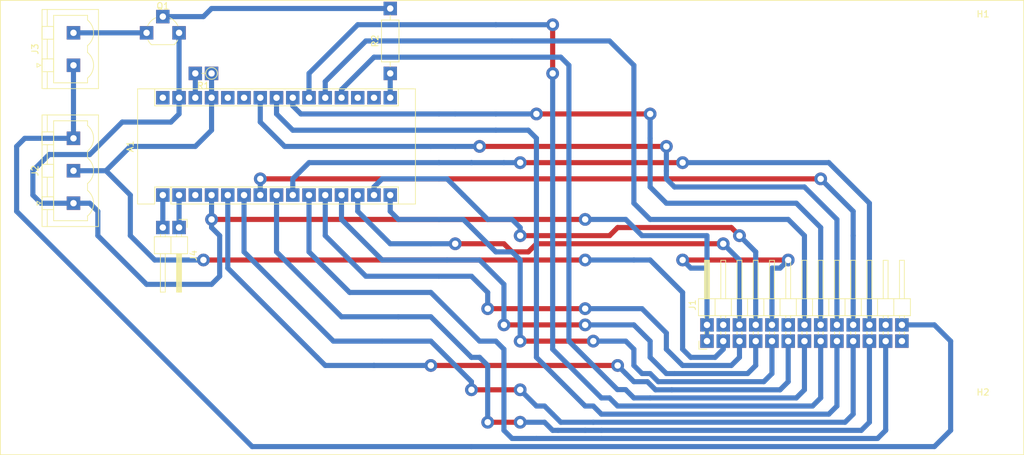
<source format=kicad_pcb>
(kicad_pcb (version 20240108) (generator "pcbnew") (generator_version "8.0")
  (layers (0 "F.Cu" signal) (31 "B.Cu" signal) (34 "B.Paste" user) (35 "F.Paste" user) (36 "B.SilkS" user "B.Silkscreen") (37 "F.SilkS" user "F.Silkscreen") (38 "B.Mask" user) (39 "F.Mask" user) (44 "Edge.Cuts" user))
  (net 0 "")
  (net 1 "Net-(A1-Pad30)")
  (net 2 "Net-(A1-Pad28)")
  (net 3 "Net-(A1-Pad26)")
  (net 4 "Net-(A1-Pad25)")
  (net 5 "Net-(A1-Pad3)")
  (net 6 "Net-(A1-Pad18)")
  (net 7 "/RX")
  (net 8 "Net-(A1-Pad17)")
  (net 9 "/TX")
  (net 10 "Net-(J1-Pad25)")
  (net 11 "Net-(J1-Pad24)")
  (net 12 "Net-(J1-Pad12)")
  (net 13 "Net-(J1-Pad4)")
  (net 14 "+24V")
  (net 15 "GND")
  (net 16 "Net-(J3-Pad2)")
  (net 17 "LED")
  (net 18 "ZB2")
  (net 19 "ZB1")
  (net 20 "ZA3")
  (net 21 "ZA2")
  (net 22 "+5V")
  (net 23 "ZA1")
  (net 24 "MODUL5")
  (net 25 "MODUL4")
  (net 26 "NOPX")
  (net 27 "MODUL3")
  (net 28 "SPB2")
  (net 29 "MODUL2")
  (net 30 "SPB1")
  (net 31 "MODUL1")
  (net 32 "SPA3")
  (net 33 "SET")
  (net 34 "SPA2")
  (net 35 "SPA1")
  (net 36 "Net-(Q1-Pad2)")
  (footprint "MountingHole:MountingHole_3.2mm_M3" (layer "F.Cu") (at 163.81 16.51)
    (property "Reference" "H1" (at 0 -4.2 0) (layer "F.SilkS"))
    (property "Value" "MountingHole")
    (pad "" np_thru_hole circle (at 0 0) (size 3.2 3.2) (drill 3.2) (layers "*.Cu" "*.Mask"))
  )
  (footprint "MountingHole:MountingHole_3mm" (layer "F.Cu") (at 163.81 75.51)
    (property "Reference" "H2" (at 0 -4 0) (layer "F.SilkS"))
    (property "Value" "MountingHole")
    (pad "" np_thru_hole circle (at 0 0) (size 3 3) (drill 3) (layers "*.Cu" "*.Mask"))
  )
  (footprint "Module:Arduino_Nano" (layer "F.Cu") (at 35.56 40.64 90)
    (property "Reference" "A1" (at 7.62 -5.08 90) (layer "F.SilkS"))
    (property "Value" "Arduino_Nano_v3.x")
    (pad "1" thru_hole rect (at 0 0 90) (size 2.1 2.1) (drill 1) (layers "*.Cu" "*.Mask") (net 9 "/TX"))
    (pad "2" thru_hole rect (at 0 2.54 90) (size 2.1 2.1) (drill 1) (layers "*.Cu" "*.Mask") (net 7 "/RX"))
    (pad "3" thru_hole rect (at 0 5.08 90) (size 2.1 2.1) (drill 1) (layers "*.Cu" "*.Mask") (net 5 "Net-(A1-Pad3)"))
    (pad "4" thru_hole rect (at 0 7.62 90) (size 2.1 2.1) (drill 1) (layers "*.Cu" "*.Mask") (net 15 "GND"))
    (pad "5" thru_hole rect (at 0 10.16 90) (size 2.1 2.1) (drill 1) (layers "*.Cu" "*.Mask") (net 33 "SET"))
    (pad "6" thru_hole rect (at 0 12.7 90) (size 2.1 2.1) (drill 1) (layers "*.Cu" "*.Mask") (net 31 "MODUL1"))
    (pad "7" thru_hole rect (at 0 15.24 90) (size 2.1 2.1) (drill 1) (layers "*.Cu" "*.Mask") (net 29 "MODUL2"))
    (pad "8" thru_hole rect (at 0 17.78 90) (size 2.1 2.1) (drill 1) (layers "*.Cu" "*.Mask") (net 27 "MODUL3"))
    (pad "9" thru_hole rect (at 0 20.32 90) (size 2.1 2.1) (drill 1) (layers "*.Cu" "*.Mask") (net 25 "MODUL4"))
    (pad "10" thru_hole rect (at 0 22.86 90) (size 2.1 2.1) (drill 1) (layers "*.Cu" "*.Mask") (net 24 "MODUL5"))
    (pad "11" thru_hole rect (at 0 25.4 90) (size 2.1 2.1) (drill 1) (layers "*.Cu" "*.Mask") (net 23 "ZA1"))
    (pad "12" thru_hole rect (at 0 27.94 90) (size 2.1 2.1) (drill 1) (layers "*.Cu" "*.Mask") (net 21 "ZA2"))
    (pad "13" thru_hole rect (at 0 30.48 90) (size 2.1 2.1) (drill 1) (layers "*.Cu" "*.Mask") (net 20 "ZA3"))
    (pad "14" thru_hole rect (at 0 33.02 90) (size 2.1 2.1) (drill 1) (layers "*.Cu" "*.Mask") (net 19 "ZB1"))
    (pad "15" thru_hole rect (at 0 35.56 90) (size 2.1 2.1) (drill 1) (layers "*.Cu" "*.Mask") (net 18 "ZB2"))
    (pad "16" thru_hole rect (at 15.24 35.56 90) (size 2.1 2.1) (drill 1) (layers "*.Cu" "*.Mask") (net 17 "LED"))
    (pad "17" thru_hole rect (at 15.24 33.02 90) (size 2.1 2.1) (drill 1) (layers "*.Cu" "*.Mask") (net 8 "Net-(A1-Pad17)"))
    (pad "18" thru_hole rect (at 15.24 30.48 90) (size 2.1 2.1) (drill 1) (layers "*.Cu" "*.Mask") (net 6 "Net-(A1-Pad18)"))
    (pad "19" thru_hole rect (at 15.24 27.94 90) (size 2.1 2.1) (drill 1) (layers "*.Cu" "*.Mask") (net 35 "SPA1"))
    (pad "20" thru_hole rect (at 15.24 25.4 90) (size 2.1 2.1) (drill 1) (layers "*.Cu" "*.Mask") (net 34 "SPA2"))
    (pad "21" thru_hole rect (at 15.24 22.86 90) (size 2.1 2.1) (drill 1) (layers "*.Cu" "*.Mask") (net 32 "SPA3"))
    (pad "22" thru_hole rect (at 15.24 20.32 90) (size 2.1 2.1) (drill 1) (layers "*.Cu" "*.Mask") (net 30 "SPB1"))
    (pad "23" thru_hole rect (at 15.24 17.78 90) (size 2.1 2.1) (drill 1) (layers "*.Cu" "*.Mask") (net 28 "SPB2"))
    (pad "24" thru_hole rect (at 15.24 15.24 90) (size 2.1 2.1) (drill 1) (layers "*.Cu" "*.Mask") (net 26 "NOPX"))
    (pad "25" thru_hole rect (at 15.24 12.7 90) (size 2.1 2.1) (drill 1) (layers "*.Cu" "*.Mask") (net 4 "Net-(A1-Pad25)"))
    (pad "26" thru_hole rect (at 15.24 10.16 90) (size 2.1 2.1) (drill 1) (layers "*.Cu" "*.Mask") (net 3 "Net-(A1-Pad26)"))
    (pad "27" thru_hole rect (at 15.24 7.62 90) (size 2.1 2.1) (drill 1) (layers "*.Cu" "*.Mask") (net 22 "+5V"))
    (pad "28" thru_hole rect (at 15.24 5.08 90) (size 2.1 2.1) (drill 1) (layers "*.Cu" "*.Mask") (net 2 "Net-(A1-Pad28)"))
    (pad "29" thru_hole rect (at 15.24 2.54 90) (size 2.1 2.1) (drill 1) (layers "*.Cu" "*.Mask") (net 15 "GND"))
    (pad "30" thru_hole rect (at 15.24 0 90) (size 2.1 2.1) (drill 1) (layers "*.Cu" "*.Mask") (net 1 "Net-(A1-Pad30)"))
  )
  (footprint "Connector_PinHeader_2.54mm:PinHeader_2x13_P2.54mm_Horizontal" (layer "F.Cu") (at 120.65 63.5 90)
    (property "Reference" "J1" (at 5.655 -2.27 90) (layer "F.SilkS"))
    (property "Value" "FFFDisplay")
    (pad "1" thru_hole rect (at 0 0 90) (size 2.1 2.1) (drill 1) (layers "*.Cu" "*.Mask") (net 15 "GND"))
    (pad "2" thru_hole rect (at 2.54 0 90) (size 2.1 2.1) (drill 1) (layers "*.Cu" "*.Mask") (net 15 "GND"))
    (pad "3" thru_hole rect (at 0 2.54 90) (size 2.1 2.1) (drill 1) (layers "*.Cu" "*.Mask") (net 22 "+5V"))
    (pad "4" thru_hole rect (at 2.54 2.54 90) (size 2.1 2.1) (drill 1) (layers "*.Cu" "*.Mask") (net 13 "Net-(J1-Pad4)"))
    (pad "5" thru_hole rect (at 0 5.08 90) (size 2.1 2.1) (drill 1) (layers "*.Cu" "*.Mask") (net 23 "ZA1"))
    (pad "6" thru_hole rect (at 2.54 5.08 90) (size 2.1 2.1) (drill 1) (layers "*.Cu" "*.Mask") (net 20 "ZA3"))
    (pad "7" thru_hole rect (at 0 7.62 90) (size 2.1 2.1) (drill 1) (layers "*.Cu" "*.Mask") (net 21 "ZA2"))
    (pad "8" thru_hole rect (at 2.54 7.62 90) (size 2.1 2.1) (drill 1) (layers "*.Cu" "*.Mask") (net 19 "ZB1"))
    (pad "9" thru_hole rect (at 0 10.16 90) (size 2.1 2.1) (drill 1) (layers "*.Cu" "*.Mask") (net 18 "ZB2"))
    (pad "10" thru_hole rect (at 2.54 10.16 90) (size 2.1 2.1) (drill 1) (layers "*.Cu" "*.Mask") (net 15 "GND"))
    (pad "11" thru_hole rect (at 0 12.7 90) (size 2.1 2.1) (drill 1) (layers "*.Cu" "*.Mask") (net 33 "SET"))
    (pad "12" thru_hole rect (at 2.54 12.7 90) (size 2.1 2.1) (drill 1) (layers "*.Cu" "*.Mask") (net 12 "Net-(J1-Pad12)"))
    (pad "13" thru_hole rect (at 0 15.24 90) (size 2.1 2.1) (drill 1) (layers "*.Cu" "*.Mask") (net 35 "SPA1"))
    (pad "14" thru_hole rect (at 2.54 15.24 90) (size 2.1 2.1) (drill 1) (layers "*.Cu" "*.Mask") (net 34 "SPA2"))
    (pad "15" thru_hole rect (at 0 17.78 90) (size 2.1 2.1) (drill 1) (layers "*.Cu" "*.Mask") (net 32 "SPA3"))
    (pad "16" thru_hole rect (at 2.54 17.78 90) (size 2.1 2.1) (drill 1) (layers "*.Cu" "*.Mask") (net 30 "SPB1"))
    (pad "17" thru_hole rect (at 0 20.32 90) (size 2.1 2.1) (drill 1) (layers "*.Cu" "*.Mask") (net 28 "SPB2"))
    (pad "18" thru_hole rect (at 2.54 20.32 90) (size 2.1 2.1) (drill 1) (layers "*.Cu" "*.Mask") (net 26 "NOPX"))
    (pad "19" thru_hole rect (at 0 22.86 90) (size 2.1 2.1) (drill 1) (layers "*.Cu" "*.Mask") (net 31 "MODUL1"))
    (pad "20" thru_hole rect (at 2.54 22.86 90) (size 2.1 2.1) (drill 1) (layers "*.Cu" "*.Mask") (net 29 "MODUL2"))
    (pad "21" thru_hole rect (at 0 25.4 90) (size 2.1 2.1) (drill 1) (layers "*.Cu" "*.Mask") (net 27 "MODUL3"))
    (pad "22" thru_hole rect (at 2.54 25.4 90) (size 2.1 2.1) (drill 1) (layers "*.Cu" "*.Mask") (net 25 "MODUL4"))
    (pad "23" thru_hole rect (at 0 27.94 90) (size 2.1 2.1) (drill 1) (layers "*.Cu" "*.Mask") (net 24 "MODUL5"))
    (pad "24" thru_hole rect (at 2.54 27.94 90) (size 2.1 2.1) (drill 1) (layers "*.Cu" "*.Mask") (net 11 "Net-(J1-Pad24)"))
    (pad "25" thru_hole rect (at 0 30.48 90) (size 2.1 2.1) (drill 1) (layers "*.Cu" "*.Mask") (net 10 "Net-(J1-Pad25)"))
    (pad "26" thru_hole rect (at 2.54 30.48 90) (size 2.1 2.1) (drill 1) (layers "*.Cu" "*.Mask") (net 14 "+24V"))
  )
  (footprint "Connector_Phoenix_MSTB:PhoenixContact_MSTBVA_2,5_3-G-5,08_1x03_P5.08mm_Vertical" (layer "F.Cu") (at 21.59 41.91 90)
    (property "Reference" "J2" (at 5.08 -6 90) (layer "F.SilkS"))
    (property "Value" "Power")
    (pad "1" thru_hole rect (at 0 0 90) (size 2.1 2.1) (drill 1) (layers "*.Cu" "*.Mask") (net 15 "GND"))
    (pad "2" thru_hole rect (at 5.08 0 90) (size 2.1 2.1) (drill 1) (layers "*.Cu" "*.Mask") (net 22 "+5V"))
    (pad "3" thru_hole rect (at 10.16 0 90) (size 2.1 2.1) (drill 1) (layers "*.Cu" "*.Mask") (net 14 "+24V"))
  )
  (footprint "Connector_Phoenix_MSTB:PhoenixContact_MSTBVA_2,5_2-G-5,08_1x02_P5.08mm_Vertical" (layer "F.Cu") (at 21.59 20.32 90)
    (property "Reference" "J3" (at 2.54 -6 90) (layer "F.SilkS"))
    (property "Value" "LED")
    (pad "1" thru_hole rect (at 0 0 90) (size 2.1 2.1) (drill 1) (layers "*.Cu" "*.Mask") (net 14 "+24V"))
    (pad "2" thru_hole rect (at 5.08 0 90) (size 2.1 2.1) (drill 1) (layers "*.Cu" "*.Mask") (net 16 "Net-(J3-Pad2)"))
  )
  (footprint "Connector_PinHeader_2.54mm:PinHeader_1x02_P2.54mm_Horizontal" (layer "F.Cu") (at 38.1 45.72 -90)
    (property "Reference" "J4" (at 4.385 -2.27 90) (layer "F.SilkS"))
    (property "Value" "RXTX")
    (pad "1" thru_hole rect (at 0 0 270) (size 2.1 2.1) (drill 1) (layers "*.Cu" "*.Mask") (net 7 "/RX"))
    (pad "2" thru_hole rect (at 0 2.54 270) (size 2.1 2.1) (drill 1) (layers "*.Cu" "*.Mask") (net 9 "/TX"))
  )
  (footprint "Package_TO_SOT_THT:TO-92_Wide" (layer "F.Cu") (at 33.02 15.24)
    (property "Reference" "Q1" (at 2.55 -4.19 0) (layer "F.SilkS"))
    (property "Value" "BC337")
    (pad "1" thru_hole rect (at 0 0) (size 2.1 2.1) (drill 1) (layers "*.Cu" "*.Mask") (net 16 "Net-(J3-Pad2)"))
    (pad "2" thru_hole rect (at 2.54 -2.54) (size 2.1 2.1) (drill 1) (layers "*.Cu" "*.Mask") (net 36 "Net-(Q1-Pad2)"))
    (pad "3" thru_hole rect (at 5.08 0) (size 2.1 2.1) (drill 1) (layers "*.Cu" "*.Mask") (net 15 "GND"))
  )
  (footprint "Resistor_THT:R_Axial_DIN0204_L3.6mm_D1.6mm_P2.54mm_Vertical" (layer "F.Cu") (at 43.18 21.59 180)
    (property "Reference" "R1" (at 1.27 -1.92 0) (layer "F.SilkS"))
    (property "Value" "120")
    (pad "1" thru_hole rect (at 0 0 180) (size 2.1 2.1) (drill 1) (layers "*.Cu" "*.Mask") (net 22 "+5V"))
    (pad "2" thru_hole rect (at 2.54 0 180) (size 2.1 2.1) (drill 1) (layers "*.Cu" "*.Mask") (net 2 "Net-(A1-Pad28)"))
  )
  (footprint "Resistor_THT:R_Axial_DIN0207_L6.3mm_D2.5mm_P10.16mm_Horizontal" (layer "F.Cu") (at 71.12 21.59 90)
    (property "Reference" "R2" (at 5.08 -2.37 90) (layer "F.SilkS"))
    (property "Value" "1k")
    (pad "1" thru_hole rect (at 0 0 90) (size 2.1 2.1) (drill 1) (layers "*.Cu" "*.Mask") (net 17 "LED"))
    (pad "2" thru_hole rect (at 10.16 0 90) (size 2.1 2.1) (drill 1) (layers "*.Cu" "*.Mask") (net 36 "Net-(Q1-Pad2)"))
  )
  (gr_line (start 10.16 10.16) (end 170.18 10.16) (stroke (width 0.12)) (layer "F.SilkS"))
  (gr_line (start 10.16 81.28) (end 170.18 81.28) (stroke (width 0.12)) (layer "F.SilkS"))
  (gr_line (start 10.16 10.16) (end 10.16 81.28) (stroke (width 0.12)) (layer "F.SilkS"))
  (gr_line (start 170.18 81.28) (end 170.18 10.16) (stroke (width 0.12)) (layer "F.SilkS"))
  (segment (start 40.64 25.4) (end 40.64 21.59) (width 0.8) (layer "B.Cu") (net 2))
  (segment (start 38.1 45.72) (end 38.1 40.64) (width 0.8) (layer "B.Cu") (net 7))
  (segment (start 35.56 45.72) (end 35.56 40.64) (width 0.8) (layer "B.Cu") (net 9))
  (segment (start 49.53 80.01) (end 83.82 80.01) (width 0.8) (layer "B.Cu") (net 14))
  (segment (start 158.75 77.47) (end 158.75 63.5) (width 0.8) (layer "B.Cu") (net 14))
  (segment (start 13.97 31.75) (end 12.7 33.02) (width 0.8) (layer "B.Cu") (net 14))
  (segment (start 156.21 60.96) (end 151.13 60.96) (width 0.8) (layer "B.Cu") (net 14))
  (segment (start 21.59 20.32) (end 21.59 31.75) (width 0.8) (layer "B.Cu") (net 14))
  (segment (start 83.82 80.01) (end 156.21 80.01) (width 0.8) (layer "B.Cu") (net 14))
  (segment (start 21.59 31.75) (end 13.97 31.75) (width 0.8) (layer "B.Cu") (net 14))
  (segment (start 158.75 63.5) (end 156.21 60.96) (width 0.8) (layer "B.Cu") (net 14))
  (segment (start 12.7 43.18) (end 49.53 80.01) (width 0.8) (layer "B.Cu") (net 14))
  (segment (start 12.7 33.02) (end 12.7 43.18) (width 0.8) (layer "B.Cu") (net 14))
  (segment (start 156.21 80.01) (end 158.75 77.47) (width 0.8) (layer "B.Cu") (net 14))
  (segment (start 43.18 44.45) (end 101.6 44.45) (width 0.8) (layer "F.Cu") (net 15))
  (segment (start 116.84 50.8) (end 133.35 50.8) (width 0.8) (layer "F.Cu") (net 15))
  (via (at 43.18 44.45) (size 2) (drill 1) (layers "F.Cu" "B.Cu") (net 15))
  (via (at 133.35 50.8) (size 2) (drill 1) (layers "F.Cu" "B.Cu") (net 15))
  (via (at 116.84 50.8) (size 2) (drill 1) (layers "F.Cu" "B.Cu") (net 15))
  (via (at 101.6 44.45) (size 2) (drill 1) (layers "F.Cu" "B.Cu") (net 15))
  (segment (start 109.22 45.72) (end 109.22 45.72) (width 0.8) (layer "B.Cu") (net 15))
  (segment (start 133.35 50.8) (end 133.35 50.8) (width 0.8) (layer "B.Cu") (net 15))
  (segment (start 116.84 50.8) (end 116.84 50.8) (width 0.8) (layer "B.Cu") (net 15))
  (segment (start 101.6 44.45) (end 101.6 44.45) (width 0.8) (layer "B.Cu") (net 15))
  (segment (start 38.1 27.94) (end 38.1 25.4) (width 0.8) (layer "B.Cu") (net 15))
  (segment (start 43.18 54.61) (end 33.02 54.61) (width 0.8) (layer "B.Cu") (net 15))
  (segment (start 118.11 52.07) (end 116.84 50.8) (width 0.8) (layer "B.Cu") (net 15))
  (segment (start 21.59 41.91) (end 16.51 41.91) (width 0.8) (layer "B.Cu") (net 15))
  (segment (start 43.18 40.64) (end 43.18 44.45) (width 0.8) (layer "B.Cu") (net 15))
  (segment (start 110.49 46.99) (end 109.22 45.72) (width 0.8) (layer "B.Cu") (net 15))
  (segment (start 120.65 60.96) (end 120.65 52.07) (width 0.8) (layer "B.Cu") (net 15))
  (segment (start 109.22 45.72) (end 107.95 44.45) (width 0.8) (layer "B.Cu") (net 15))
  (segment (start 120.65 52.07) (end 118.11 52.07) (width 0.8) (layer "B.Cu") (net 15))
  (segment (start 107.95 44.45) (end 101.6 44.45) (width 0.8) (layer "B.Cu") (net 15))
  (segment (start 25.4 43.18) (end 24.13 41.91) (width 0.8) (layer "B.Cu") (net 15))
  (segment (start 16.51 41.91) (end 15.24 40.64) (width 0.8) (layer "B.Cu") (net 15))
  (segment (start 38.1 25.4) (end 38.1 15.24) (width 0.8) (layer "B.Cu") (net 15))
  (segment (start 130.81 52.07) (end 132.08 52.07) (width 0.8) (layer "B.Cu") (net 15))
  (segment (start 130.81 60.96) (end 130.81 52.07) (width 0.8) (layer "B.Cu") (net 15))
  (segment (start 120.65 60.96) (end 120.65 63.5) (width 0.8) (layer "B.Cu") (net 15))
  (segment (start 33.02 54.61) (end 25.4 46.99) (width 0.8) (layer "B.Cu") (net 15))
  (segment (start 24.13 34.29) (end 29.21 29.21) (width 0.8) (layer "B.Cu") (net 15))
  (segment (start 43.18 45.72) (end 44.45 46.99) (width 0.8) (layer "B.Cu") (net 15))
  (segment (start 120.65 52.07) (end 120.65 46.99) (width 0.8) (layer "B.Cu") (net 15))
  (segment (start 29.21 29.21) (end 36.83 29.21) (width 0.8) (layer "B.Cu") (net 15))
  (segment (start 17.78 34.29) (end 24.13 34.29) (width 0.8) (layer "B.Cu") (net 15))
  (segment (start 44.45 53.34) (end 43.18 54.61) (width 0.8) (layer "B.Cu") (net 15))
  (segment (start 43.18 45.72) (end 43.18 44.45) (width 0.8) (layer "B.Cu") (net 15))
  (segment (start 25.4 46.99) (end 25.4 43.18) (width 0.8) (layer "B.Cu") (net 15))
  (segment (start 36.83 29.21) (end 38.1 27.94) (width 0.8) (layer "B.Cu") (net 15))
  (segment (start 120.65 46.99) (end 110.49 46.99) (width 0.8) (layer "B.Cu") (net 15))
  (segment (start 15.24 40.64) (end 15.24 36.83) (width 0.8) (layer "B.Cu") (net 15))
  (segment (start 44.45 46.99) (end 44.45 53.34) (width 0.8) (layer "B.Cu") (net 15))
  (segment (start 132.08 52.07) (end 133.35 50.8) (width 0.8) (layer "B.Cu") (net 15))
  (segment (start 15.24 36.83) (end 17.78 34.29) (width 0.8) (layer "B.Cu") (net 15))
  (segment (start 24.13 41.91) (end 21.59 41.91) (width 0.8) (layer "B.Cu") (net 15))
  (segment (start 33.02 15.24) (end 21.59 15.24) (width 0.8) (layer "B.Cu") (net 16))
  (segment (start 71.12 25.4) (end 71.12 21.59) (width 0.8) (layer "B.Cu") (net 17))
  (segment (start 102.87 63.5) (end 91.44 63.5) (width 0.8) (layer "F.Cu") (net 18))
  (via (at 91.44 63.5) (size 2) (drill 1) (layers "F.Cu" "B.Cu") (net 18))
  (via (at 102.87 63.5) (size 2) (drill 1) (layers "F.Cu" "B.Cu") (net 18))
  (segment (start 102.87 63.5) (end 102.87 63.5) (width 0.8) (layer "B.Cu") (net 18))
  (segment (start 91.44 63.5) (end 91.44 63.5) (width 0.8) (layer "B.Cu") (net 18))
  (segment (start 109.22 67.31) (end 110.49 68.58) (width 0.8) (layer "B.Cu") (net 18))
  (segment (start 71.12 43.18) (end 72.39 44.45) (width 0.8) (layer "B.Cu") (net 18))
  (segment (start 91.44 50.8) (end 91.44 63.5) (width 0.8) (layer "B.Cu") (net 18))
  (segment (start 129.54 69.85) (end 130.81 68.58) (width 0.8) (layer "B.Cu") (net 18))
  (segment (start 111.76 68.58) (end 113.03 69.85) (width 0.8) (layer "B.Cu") (net 18))
  (segment (start 113.03 69.85) (end 129.54 69.85) (width 0.8) (layer "B.Cu") (net 18))
  (segment (start 109.22 64.77) (end 107.95 63.5) (width 0.8) (layer "B.Cu") (net 18))
  (segment (start 87.63 49.53) (end 90.17 49.53) (width 0.8) (layer "B.Cu") (net 18))
  (segment (start 109.22 67.31) (end 109.22 64.77) (width 0.8) (layer "B.Cu") (net 18))
  (segment (start 110.49 68.58) (end 111.76 68.58) (width 0.8) (layer "B.Cu") (net 18))
  (segment (start 82.55 44.45) (end 83.82 45.72) (width 0.8) (layer "B.Cu") (net 18))
  (segment (start 72.39 44.45) (end 78.74 44.45) (width 0.8) (layer "B.Cu") (net 18))
  (segment (start 78.74 44.45) (end 82.55 44.45) (width 0.8) (layer "B.Cu") (net 18))
  (segment (start 107.95 63.5) (end 102.87 63.5) (width 0.8) (layer "B.Cu") (net 18))
  (segment (start 90.17 49.53) (end 91.44 50.8) (width 0.8) (layer "B.Cu") (net 18))
  (segment (start 130.81 63.5) (end 130.81 68.58) (width 0.8) (layer "B.Cu") (net 18))
  (segment (start 83.82 45.72) (end 87.63 49.53) (width 0.8) (layer "B.Cu") (net 18))
  (segment (start 71.12 40.64) (end 71.12 43.18) (width 0.8) (layer "B.Cu") (net 18))
  (segment (start 124.46 45.72) (end 106.68 45.72) (width 0.8) (layer "F.Cu") (net 19))
  (segment (start 125.73 46.99) (end 124.46 45.72) (width 0.8) (layer "F.Cu") (net 19))
  (segment (start 105.41 46.99) (end 91.44 46.99) (width 0.8) (layer "F.Cu") (net 19))
  (segment (start 106.68 45.72) (end 105.41 46.99) (width 0.8) (layer "F.Cu") (net 19))
  (via (at 91.44 46.99) (size 2) (drill 1) (layers "F.Cu" "B.Cu") (net 19))
  (via (at 125.73 46.99) (size 2) (drill 1) (layers "F.Cu" "B.Cu") (net 19))
  (segment (start 125.73 46.99) (end 125.73 46.99) (width 0.8) (layer "B.Cu") (net 19))
  (segment (start 91.44 46.99) (end 91.44 46.99) (width 0.8) (layer "B.Cu") (net 19))
  (segment (start 86.36 44.45) (end 90.17 44.45) (width 0.8) (layer "B.Cu") (net 19))
  (segment (start 128.27 49.53) (end 125.73 46.99) (width 0.8) (layer "B.Cu") (net 19))
  (segment (start 128.27 60.96) (end 128.27 49.53) (width 0.8) (layer "B.Cu") (net 19))
  (segment (start 82.55 40.64) (end 86.36 44.45) (width 0.8) (layer "B.Cu") (net 19))
  (segment (start 80.01 38.1) (end 82.55 40.64) (width 0.8) (layer "B.Cu") (net 19))
  (segment (start 68.58 39.37) (end 69.85 38.1) (width 0.8) (layer "B.Cu") (net 19))
  (segment (start 78.74 38.1) (end 80.01 38.1) (width 0.8) (layer "B.Cu") (net 19))
  (segment (start 90.17 44.45) (end 91.44 45.72) (width 0.8) (layer "B.Cu") (net 19))
  (segment (start 69.85 38.1) (end 78.74 38.1) (width 0.8) (layer "B.Cu") (net 19))
  (segment (start 91.44 45.72) (end 91.44 46.99) (width 0.8) (layer "B.Cu") (net 19))
  (segment (start 68.58 40.64) (end 68.58 39.37) (width 0.8) (layer "B.Cu") (net 19))
  (segment (start 93.98 48.26) (end 92.71 49.53) (width 0.8) (layer "F.Cu") (net 20))
  (segment (start 92.71 49.53) (end 90.17 49.53) (width 0.8) (layer "F.Cu") (net 20))
  (segment (start 88.9 48.26) (end 81.28 48.26) (width 0.8) (layer "F.Cu") (net 20))
  (segment (start 123.19 48.26) (end 93.98 48.26) (width 0.8) (layer "F.Cu") (net 20))
  (segment (start 90.17 49.53) (end 88.9 48.26) (width 0.8) (layer "F.Cu") (net 20))
  (via (at 123.19 48.26) (size 2) (drill 1) (layers "F.Cu" "B.Cu") (net 20))
  (via (at 81.28 48.26) (size 2) (drill 1) (layers "F.Cu" "B.Cu") (net 20))
  (segment (start 81.28 48.26) (end 81.28 48.26) (width 0.8) (layer "B.Cu") (net 20))
  (segment (start 123.19 48.26) (end 123.19 48.26) (width 0.8) (layer "B.Cu") (net 20))
  (segment (start 69.85 46.99) (end 71.12 48.26) (width 0.8) (layer "B.Cu") (net 20))
  (segment (start 66.04 43.18) (end 69.85 46.99) (width 0.8) (layer "B.Cu") (net 20))
  (segment (start 71.12 48.26) (end 77.47 48.26) (width 0.8) (layer "B.Cu") (net 20))
  (segment (start 125.73 60.96) (end 125.73 50.8) (width 0.8) (layer "B.Cu") (net 20))
  (segment (start 77.47 48.26) (end 81.28 48.26) (width 0.8) (layer "B.Cu") (net 20))
  (segment (start 125.73 50.8) (end 123.19 48.26) (width 0.8) (layer "B.Cu") (net 20))
  (segment (start 66.04 40.64) (end 66.04 43.18) (width 0.8) (layer "B.Cu") (net 20))
  (segment (start 88.9 60.96) (end 101.021002 60.96) (width 0.8) (layer "F.Cu") (net 21))
  (segment (start 101.021002 60.96) (end 101.6 60.96) (width 0.8) (layer "F.Cu") (net 21))
  (via (at 101.6 60.96) (size 2) (drill 1) (layers "F.Cu" "B.Cu") (net 21))
  (via (at 88.9 60.96) (size 2) (drill 1) (layers "F.Cu" "B.Cu") (net 21))
  (segment (start 101.6 60.96) (end 101.6 60.96) (width 0.8) (layer "B.Cu") (net 21))
  (segment (start 88.9 60.96) (end 88.9 60.96) (width 0.8) (layer "B.Cu") (net 21))
  (segment (start 109.22 60.96) (end 101.6 60.96) (width 0.8) (layer "B.Cu") (net 21))
  (segment (start 111.76 66.04) (end 111.76 63.5) (width 0.8) (layer "B.Cu") (net 21))
  (segment (start 80.01 50.8) (end 85.09 50.8) (width 0.8) (layer "B.Cu") (net 21))
  (segment (start 127 68.58) (end 115.57 68.58) (width 0.8) (layer "B.Cu") (net 21))
  (segment (start 111.76 63.5) (end 109.22 60.96) (width 0.8) (layer "B.Cu") (net 21))
  (segment (start 128.27 63.5) (end 128.27 67.31) (width 0.8) (layer "B.Cu") (net 21))
  (segment (start 115.57 68.58) (end 114.3 68.58) (width 0.8) (layer "B.Cu") (net 21))
  (segment (start 128.27 67.31) (end 127 68.58) (width 0.8) (layer "B.Cu") (net 21))
  (segment (start 63.5 40.64) (end 63.5 44.45) (width 0.8) (layer "B.Cu") (net 21))
  (segment (start 80.01 50.8) (end 69.85 50.8) (width 0.8) (layer "B.Cu") (net 21))
  (segment (start 63.5 44.45) (end 69.85 50.8) (width 0.8) (layer "B.Cu") (net 21))
  (segment (start 114.3 68.58) (end 111.76 66.04) (width 0.8) (layer "B.Cu") (net 21))
  (segment (start 88.9 54.61) (end 88.9 60.96) (width 0.8) (layer "B.Cu") (net 21))
  (segment (start 85.09 50.8) (end 88.9 54.61) (width 0.8) (layer "B.Cu") (net 21))
  (segment (start 101.6 50.8) (end 41.91 50.8) (width 0.8) (layer "F.Cu") (net 22))
  (via (at 101.6 50.8) (size 2) (drill 1) (layers "F.Cu" "B.Cu") (net 22))
  (via (at 41.91 50.8) (size 2) (drill 1) (layers "F.Cu" "B.Cu") (net 22))
  (segment (start 41.91 50.8) (end 41.91 50.8) (width 0.8) (layer "B.Cu") (net 22))
  (segment (start 101.6 50.8) (end 101.6 50.8) (width 0.8) (layer "B.Cu") (net 22))
  (segment (start 21.59 36.83) (end 26.67 36.83) (width 0.8) (layer "B.Cu") (net 22))
  (segment (start 43.18 30.48) (end 40.64 33.02) (width 0.8) (layer "B.Cu") (net 22))
  (segment (start 40.64 33.02) (end 30.48 33.02) (width 0.8) (layer "B.Cu") (net 22))
  (segment (start 30.48 46.99) (end 30.48 40.64) (width 0.8) (layer "B.Cu") (net 22))
  (segment (start 30.48 40.64) (end 26.67 36.83) (width 0.8) (layer "B.Cu") (net 22))
  (segment (start 111.76 50.8) (end 109.22 50.8) (width 0.8) (layer "B.Cu") (net 22))
  (segment (start 34.29 50.8) (end 30.48 46.99) (width 0.8) (layer "B.Cu") (net 22))
  (segment (start 43.18 25.4) (end 43.18 21.59) (width 0.8) (layer "B.Cu") (net 22))
  (segment (start 116.84 64.77) (end 116.84 55.88) (width 0.8) (layer "B.Cu") (net 22))
  (segment (start 116.84 55.88) (end 111.76 50.8) (width 0.8) (layer "B.Cu") (net 22))
  (segment (start 34.29 50.8) (end 41.91 50.8) (width 0.8) (layer "B.Cu") (net 22))
  (segment (start 121.92 66.04) (end 118.11 66.04) (width 0.8) (layer "B.Cu") (net 22))
  (segment (start 123.19 64.77) (end 121.92 66.04) (width 0.8) (layer "B.Cu") (net 22))
  (segment (start 22.35 36.83) (end 21.59 36.83) (width 0.8) (layer "B.Cu") (net 22))
  (segment (start 109.22 50.8) (end 101.6 50.8) (width 0.8) (layer "B.Cu") (net 22))
  (segment (start 43.18 25.4) (end 43.18 30.48) (width 0.8) (layer "B.Cu") (net 22))
  (segment (start 123.19 63.5) (end 123.19 64.77) (width 0.8) (layer "B.Cu") (net 22))
  (segment (start 118.11 66.04) (end 116.84 64.77) (width 0.8) (layer "B.Cu") (net 22))
  (segment (start 26.67 36.83) (end 30.48 33.02) (width 0.8) (layer "B.Cu") (net 22))
  (segment (start 101.6 58.42) (end 86.36 58.42) (width 0.8) (layer "F.Cu") (net 23))
  (via (at 101.6 58.42) (size 2) (drill 1) (layers "F.Cu" "B.Cu") (net 23))
  (via (at 86.36 58.42) (size 2) (drill 1) (layers "F.Cu" "B.Cu") (net 23))
  (segment (start 78.74 53.34) (end 78.74 53.34) (width 0.8) (layer "B.Cu") (net 23))
  (segment (start 101.6 58.42) (end 101.6 58.42) (width 0.8) (layer "B.Cu") (net 23))
  (segment (start 86.36 58.42) (end 86.36 58.42) (width 0.8) (layer "B.Cu") (net 23))
  (segment (start 60.96 40.64) (end 60.96 46.99) (width 0.8) (layer "B.Cu") (net 23))
  (segment (start 114.3 62.23) (end 110.49 58.42) (width 0.8) (layer "B.Cu") (net 23))
  (segment (start 125.73 66.04) (end 124.46 67.31) (width 0.8) (layer "B.Cu") (net 23))
  (segment (start 67.31 53.34) (end 78.74 53.34) (width 0.8) (layer "B.Cu") (net 23))
  (segment (start 60.96 46.99) (end 67.31 53.34) (width 0.8) (layer "B.Cu") (net 23))
  (segment (start 78.74 53.34) (end 83.82 53.34) (width 0.8) (layer "B.Cu") (net 23))
  (segment (start 110.49 58.42) (end 101.6 58.42) (width 0.8) (layer "B.Cu") (net 23))
  (segment (start 116.84 67.31) (end 114.3 64.77) (width 0.8) (layer "B.Cu") (net 23))
  (segment (start 125.73 63.5) (end 125.73 66.04) (width 0.8) (layer "B.Cu") (net 23))
  (segment (start 86.36 55.88) (end 86.36 58.42) (width 0.8) (layer "B.Cu") (net 23))
  (segment (start 114.3 64.77) (end 114.3 62.23) (width 0.8) (layer "B.Cu") (net 23))
  (segment (start 124.46 67.31) (end 116.84 67.31) (width 0.8) (layer "B.Cu") (net 23))
  (segment (start 83.82 53.34) (end 86.36 55.88) (width 0.8) (layer "B.Cu") (net 23))
  (segment (start 58.42 49.53) (end 64.77 55.88) (width 0.8) (layer "B.Cu") (net 24))
  (segment (start 90.17 78.74) (end 88.9 77.47) (width 0.8) (layer "B.Cu") (net 24))
  (segment (start 147.32 78.74) (end 104.14 78.74) (width 0.8) (layer "B.Cu") (net 24))
  (segment (start 85.09 63.5) (end 87.63 63.5) (width 0.8) (layer "B.Cu") (net 24))
  (segment (start 88.9 64.77) (end 88.9 77.47) (width 0.8) (layer "B.Cu") (net 24))
  (segment (start 77.47 55.88) (end 85.09 63.5) (width 0.8) (layer "B.Cu") (net 24))
  (segment (start 104.14 78.74) (end 93.98 78.74) (width 0.8) (layer "B.Cu") (net 24))
  (segment (start 64.77 55.88) (end 77.47 55.88) (width 0.8) (layer "B.Cu") (net 24))
  (segment (start 87.63 63.5) (end 88.9 64.77) (width 0.8) (layer "B.Cu") (net 24))
  (segment (start 93.98 78.74) (end 90.17 78.74) (width 0.8) (layer "B.Cu") (net 24))
  (segment (start 58.42 40.64) (end 58.42 49.53) (width 0.8) (layer "B.Cu") (net 24))
  (segment (start 148.59 77.47) (end 147.32 78.74) (width 0.8) (layer "B.Cu") (net 24))
  (segment (start 148.59 63.5) (end 148.59 77.33999) (width 0.8) (layer "B.Cu") (net 24))
  (segment (start 148.59 77.33999) (end 148.59 77.47) (width 0.8) (layer "B.Cu") (net 24))
  (segment (start 116.84 35.56) (end 91.44 35.56) (width 0.8) (layer "F.Cu") (net 25))
  (via (at 116.84 35.56) (size 2) (drill 1) (layers "F.Cu" "B.Cu") (net 25))
  (via (at 91.44 35.56) (size 2) (drill 1) (layers "F.Cu" "B.Cu") (net 25))
  (segment (start 83.82 35.56) (end 83.82 35.56) (width 0.8) (layer "B.Cu") (net 25))
  (segment (start 139.7 35.56) (end 139.7 35.56) (width 0.8) (layer "B.Cu") (net 25))
  (segment (start 116.84 35.56) (end 116.84 35.56) (width 0.8) (layer "B.Cu") (net 25))
  (segment (start 91.44 35.56) (end 91.44 35.56) (width 0.8) (layer "B.Cu") (net 25))
  (segment (start 78.74 35.56) (end 83.82 35.56) (width 0.8) (layer "B.Cu") (net 25))
  (segment (start 55.88 40.64) (end 55.88 38.1) (width 0.8) (layer "B.Cu") (net 25))
  (segment (start 55.88 38.1) (end 58.42 35.56) (width 0.8) (layer "B.Cu") (net 25))
  (segment (start 139.7 35.56) (end 116.84 35.56) (width 0.8) (layer "B.Cu") (net 25))
  (segment (start 58.42 35.56) (end 78.74 35.56) (width 0.8) (layer "B.Cu") (net 25))
  (segment (start 88.9 35.56) (end 91.44 35.56) (width 0.8) (layer "B.Cu") (net 25))
  (segment (start 146.05 41.91) (end 139.7 35.56) (width 0.8) (layer "B.Cu") (net 25))
  (segment (start 83.82 35.56) (end 88.9 35.56) (width 0.8) (layer "B.Cu") (net 25))
  (segment (start 146.05 60.96) (end 146.05 41.91) (width 0.8) (layer "B.Cu") (net 25))
  (segment (start 85.09 33.02) (end 114.3 33.02) (width 0.8) (layer "F.Cu") (net 26))
  (via (at 85.09 33.02) (size 2) (drill 1) (layers "F.Cu" "B.Cu") (net 26))
  (via (at 114.3 33.02) (size 2) (drill 1) (layers "F.Cu" "B.Cu") (net 26))
  (segment (start 114.3 33.02) (end 114.3 33.02) (width 0.8) (layer "B.Cu") (net 26))
  (segment (start 85.09 33.02) (end 85.09 33.02) (width 0.8) (layer "B.Cu") (net 26))
  (segment (start 135.89 39.37) (end 115.57 39.37) (width 0.8) (layer "B.Cu") (net 26))
  (segment (start 114.3 38.1) (end 114.3 36.83) (width 0.8) (layer "B.Cu") (net 26))
  (segment (start 77.47 33.02) (end 81.28 33.02) (width 0.8) (layer "B.Cu") (net 26))
  (segment (start 54.61 33.02) (end 77.47 33.02) (width 0.8) (layer "B.Cu") (net 26))
  (segment (start 140.97 44.45) (end 135.89 39.37) (width 0.8) (layer "B.Cu") (net 26))
  (segment (start 114.3 36.83) (end 114.3 33.02) (width 0.8) (layer "B.Cu") (net 26))
  (segment (start 50.8 29.21) (end 54.61 33.02) (width 0.8) (layer "B.Cu") (net 26))
  (segment (start 115.57 39.37) (end 114.3 38.1) (width 0.8) (layer "B.Cu") (net 26))
  (segment (start 140.97 60.96) (end 140.97 44.45) (width 0.8) (layer "B.Cu") (net 26))
  (segment (start 81.28 33.02) (end 85.09 33.02) (width 0.8) (layer "B.Cu") (net 26))
  (segment (start 50.8 25.4) (end 50.8 29.21) (width 0.8) (layer "B.Cu") (net 26))
  (segment (start 86.36 76.2) (end 91.44 76.2) (width 0.8) (layer "F.Cu") (net 27))
  (via (at 91.44 76.2) (size 2) (drill 1) (layers "F.Cu" "B.Cu") (net 27))
  (via (at 86.36 76.2) (size 2) (drill 1) (layers "F.Cu" "B.Cu") (net 27))
  (segment (start 86.36 76.2) (end 86.36 76.2) (width 0.8) (layer "B.Cu") (net 27))
  (segment (start 91.44 76.2) (end 91.44 76.2) (width 0.8) (layer "B.Cu") (net 27))
  (segment (start 85.09 66.04) (end 86.36 67.31) (width 0.8) (layer "B.Cu") (net 27))
  (segment (start 144.78 77.47) (end 104.14 77.47) (width 0.8) (layer "B.Cu") (net 27))
  (segment (start 101.6 77.47) (end 97.36293 77.47) (width 0.8) (layer "B.Cu") (net 27))
  (segment (start 72.39 59.69) (end 77.47 59.69) (width 0.8) (layer "B.Cu") (net 27))
  (segment (start 53.34 40.64) (end 53.34 49.53) (width 0.8) (layer "B.Cu") (net 27))
  (segment (start 97.36293 77.47) (end 96.52 77.47) (width 0.8) (layer "B.Cu") (net 27))
  (segment (start 96.52 77.47) (end 95.25 76.2) (width 0.8) (layer "B.Cu") (net 27))
  (segment (start 77.47 59.69) (end 83.82 66.04) (width 0.8) (layer "B.Cu") (net 27))
  (segment (start 146.05 76.2) (end 144.78 77.47) (width 0.8) (layer "B.Cu") (net 27))
  (segment (start 86.36 67.31) (end 86.36 76.2) (width 0.8) (layer "B.Cu") (net 27))
  (segment (start 83.82 66.04) (end 85.09 66.04) (width 0.8) (layer "B.Cu") (net 27))
  (segment (start 146.05 63.5) (end 146.05 76.2) (width 0.8) (layer "B.Cu") (net 27))
  (segment (start 104.14 77.47) (end 101.6 77.47) (width 0.8) (layer "B.Cu") (net 27))
  (segment (start 95.25 76.2) (end 91.44 76.2) (width 0.8) (layer "B.Cu") (net 27))
  (segment (start 63.5 59.69) (end 72.39 59.69) (width 0.8) (layer "B.Cu") (net 27))
  (segment (start 53.34 49.53) (end 63.5 59.69) (width 0.8) (layer "B.Cu") (net 27))
  (segment (start 92.71 30.48) (end 87.63 30.48) (width 0.8) (layer "B.Cu") (net 28))
  (segment (start 53.34 27.94) (end 55.88 30.48) (width 0.8) (layer "B.Cu") (net 28))
  (segment (start 93.98 31.75) (end 92.71 30.48) (width 0.8) (layer "B.Cu") (net 28))
  (segment (start 93.98 66.04) (end 93.98 31.75) (width 0.8) (layer "B.Cu") (net 28))
  (segment (start 140.97 73.66) (end 139.7 74.93) (width 0.8) (layer "B.Cu") (net 28))
  (segment (start 53.34 25.4) (end 53.34 27.94) (width 0.8) (layer "B.Cu") (net 28))
  (segment (start 101.6 73.66) (end 93.98 66.04) (width 0.8) (layer "B.Cu") (net 28))
  (segment (start 104.14 74.93) (end 102.87 73.66) (width 0.8) (layer "B.Cu") (net 28))
  (segment (start 140.97 63.5) (end 140.97 73.66) (width 0.8) (layer "B.Cu") (net 28))
  (segment (start 139.7 74.93) (end 104.14 74.93) (width 0.8) (layer "B.Cu") (net 28))
  (segment (start 55.88 30.48) (end 87.63 30.48) (width 0.8) (layer "B.Cu") (net 28))
  (segment (start 102.87 73.66) (end 101.6 73.66) (width 0.8) (layer "B.Cu") (net 28))
  (segment (start 50.8 38.1) (end 138.43 38.1) (width 0.8) (layer "F.Cu") (net 29))
  (via (at 50.8 38.1) (size 2) (drill 1) (layers "F.Cu" "B.Cu") (net 29))
  (via (at 138.43 38.1) (size 2) (drill 1) (layers "F.Cu" "B.Cu") (net 29))
  (segment (start 138.43 38.1) (end 138.43 38.1) (width 0.8) (layer "B.Cu") (net 29))
  (segment (start 50.8 38.1) (end 50.8 38.1) (width 0.8) (layer "B.Cu") (net 29))
  (segment (start 138.43 38.1) (end 138.43 38.1) (width 0.8) (layer "B.Cu") (net 29))
  (segment (start 50.8 40.64) (end 50.8 38.1) (width 0.8) (layer "B.Cu") (net 29))
  (segment (start 143.51 43.18) (end 138.43 38.1) (width 0.8) (layer "B.Cu") (net 29))
  (segment (start 143.51 60.96) (end 143.51 46.99) (width 0.8) (layer "B.Cu") (net 29))
  (segment (start 143.51 46.99) (end 143.51 43.18) (width 0.8) (layer "B.Cu") (net 29))
  (segment (start 93.98 27.94) (end 111.76 27.94) (width 0.8) (layer "F.Cu") (net 30))
  (via (at 111.76 27.94) (size 2) (drill 1) (layers "F.Cu" "B.Cu") (net 30))
  (via (at 93.98 27.94) (size 2) (drill 1) (layers "F.Cu" "B.Cu") (net 30))
  (segment (start 87.63 27.94) (end 87.63 27.94) (width 0.8) (layer "B.Cu") (net 30))
  (segment (start 111.76 27.94) (end 111.76 27.94) (width 0.8) (layer "B.Cu") (net 30))
  (segment (start 93.98 27.94) (end 93.98 27.94) (width 0.8) (layer "B.Cu") (net 30))
  (segment (start 138.43 60.96) (end 138.43 45.72) (width 0.8) (layer "B.Cu") (net 30))
  (segment (start 81.28 27.94) (end 87.63 27.94) (width 0.8) (layer "B.Cu") (net 30))
  (segment (start 78.74 27.94) (end 81.28 27.94) (width 0.8) (layer "B.Cu") (net 30))
  (segment (start 55.88 25.4) (end 55.88 26.67) (width 0.8) (layer "B.Cu") (net 30))
  (segment (start 111.76 39.37) (end 111.76 31.75) (width 0.8) (layer "B.Cu") (net 30))
  (segment (start 138.43 45.72) (end 134.62 41.91) (width 0.8) (layer "B.Cu") (net 30))
  (segment (start 55.88 26.67) (end 57.15 27.94) (width 0.8) (layer "B.Cu") (net 30))
  (segment (start 114.3 41.91) (end 111.76 39.37) (width 0.8) (layer "B.Cu") (net 30))
  (segment (start 134.62 41.91) (end 114.3 41.91) (width 0.8) (layer "B.Cu") (net 30))
  (segment (start 111.76 31.75) (end 111.76 27.94) (width 0.8) (layer "B.Cu") (net 30))
  (segment (start 57.15 27.94) (end 78.74 27.94) (width 0.8) (layer "B.Cu") (net 30))
  (segment (start 87.63 27.94) (end 93.98 27.94) (width 0.8) (layer "B.Cu") (net 30))
  (segment (start 83.82 71.12) (end 91.44 71.12) (width 0.8) (layer "F.Cu") (net 31))
  (via (at 91.44 71.12) (size 2) (drill 1) (layers "F.Cu" "B.Cu") (net 31))
  (via (at 83.82 71.12) (size 2) (drill 1) (layers "F.Cu" "B.Cu") (net 31))
  (segment (start 91.44 71.12) (end 91.44 71.12) (width 0.8) (layer "B.Cu") (net 31))
  (segment (start 83.82 71.12) (end 83.82 71.12) (width 0.8) (layer "B.Cu") (net 31))
  (segment (start 69.85 63.5) (end 77.47 63.5) (width 0.8) (layer "B.Cu") (net 31))
  (segment (start 93.98 73.66) (end 91.44 71.12) (width 0.8) (layer "B.Cu") (net 31))
  (segment (start 83.82 69.85) (end 83.82 71.12) (width 0.8) (layer "B.Cu") (net 31))
  (segment (start 62.23 63.5) (end 69.85 63.5) (width 0.8) (layer "B.Cu") (net 31))
  (segment (start 77.47 63.5) (end 83.82 69.85) (width 0.8) (layer "B.Cu") (net 31))
  (segment (start 48.26 40.64) (end 48.26 49.53) (width 0.8) (layer "B.Cu") (net 31))
  (segment (start 95.25 73.66) (end 93.98 73.66) (width 0.8) (layer "B.Cu") (net 31))
  (segment (start 97.79 76.2) (end 96.52 74.93) (width 0.8) (layer "B.Cu") (net 31))
  (segment (start 102.87 76.2) (end 97.79 76.2) (width 0.8) (layer "B.Cu") (net 31))
  (segment (start 48.26 49.53) (end 62.23 63.5) (width 0.8) (layer "B.Cu") (net 31))
  (segment (start 143.51 74.93) (end 142.24 76.2) (width 0.8) (layer "B.Cu") (net 31))
  (segment (start 96.52 74.93) (end 95.25 73.66) (width 0.8) (layer "B.Cu") (net 31))
  (segment (start 142.24 76.2) (end 102.87 76.2) (width 0.8) (layer "B.Cu") (net 31))
  (segment (start 143.51 63.5) (end 143.51 74.93) (width 0.8) (layer "B.Cu") (net 31))
  (segment (start 96.52 13.97) (end 96.52 21.59) (width 0.8) (layer "F.Cu") (net 32))
  (via (at 96.52 13.97) (size 2) (drill 1) (layers "F.Cu" "B.Cu") (net 32))
  (via (at 96.52 21.59) (size 2) (drill 1) (layers "F.Cu" "B.Cu") (net 32))
  (segment (start 96.52 21.59) (end 96.52 64.77) (width 0.8) (layer "B.Cu") (net 32))
  (segment (start 96.52 13.97) (end 96.52 13.97) (width 0.8) (layer "B.Cu") (net 32))
  (segment (start 66.04 13.97) (end 58.42 21.59) (width 0.8) (layer "B.Cu") (net 32))
  (segment (start 96.52 21.59) (end 96.52 21.59) (width 0.8) (layer "B.Cu") (net 32))
  (segment (start 104.14 72.39) (end 105.41 72.39) (width 0.8) (layer "B.Cu") (net 32))
  (segment (start 106.68 73.66) (end 105.41 72.39) (width 0.8) (layer "B.Cu") (net 32))
  (segment (start 87.63 13.97) (end 96.52 13.97) (width 0.8) (layer "B.Cu") (net 32))
  (segment (start 58.42 21.59) (end 58.42 25.4) (width 0.8) (layer "B.Cu") (net 32))
  (segment (start 137.16 73.66) (end 106.68 73.66) (width 0.8) (layer "B.Cu") (net 32))
  (segment (start 66.04 13.97) (end 87.63 13.97) (width 0.8) (layer "B.Cu") (net 32))
  (segment (start 138.43 72.39) (end 137.16 73.66) (width 0.8) (layer "B.Cu") (net 32))
  (segment (start 96.52 64.77) (end 104.14 72.39) (width 0.8) (layer "B.Cu") (net 32))
  (segment (start 138.43 63.5) (end 138.43 72.39) (width 0.8) (layer "B.Cu") (net 32))
  (segment (start 77.47 67.31) (end 106.68 67.31) (width 0.8) (layer "F.Cu") (net 33))
  (via (at 77.47 67.31) (size 2) (drill 1) (layers "F.Cu" "B.Cu") (net 33))
  (via (at 106.68 67.31) (size 2) (drill 1) (layers "F.Cu" "B.Cu") (net 33))
  (segment (start 106.68 67.31) (end 106.68 67.31) (width 0.8) (layer "B.Cu") (net 33))
  (segment (start 68.58 67.31) (end 68.58 67.31) (width 0.8) (layer "B.Cu") (net 33))
  (segment (start 77.47 67.31) (end 77.47 67.31) (width 0.8) (layer "B.Cu") (net 33))
  (segment (start 59.69 66.04) (end 60.96 67.31) (width 0.8) (layer "B.Cu") (net 33))
  (segment (start 112.60293 71.12) (end 111.33293 69.85) (width 0.8) (layer "B.Cu") (net 33))
  (segment (start 133.35 69.85) (end 132.08 71.12) (width 0.8) (layer "B.Cu") (net 33))
  (segment (start 109.22 69.85) (end 107.98001 68.61001) (width 0.8) (layer "B.Cu") (net 33))
  (segment (start 115.14293 71.12) (end 112.60293 71.12) (width 0.8) (layer "B.Cu") (net 33))
  (segment (start 45.72 52.07) (end 59.69 66.04) (width 0.8) (layer "B.Cu") (net 33))
  (segment (start 45.72 40.64) (end 45.72 52.07) (width 0.8) (layer "B.Cu") (net 33))
  (segment (start 132.08 71.12) (end 115.14293 71.12) (width 0.8) (layer "B.Cu") (net 33))
  (segment (start 68.58 67.31) (end 77.47 67.31) (width 0.8) (layer "B.Cu") (net 33))
  (segment (start 111.33293 69.85) (end 109.22 69.85) (width 0.8) (layer "B.Cu") (net 33))
  (segment (start 133.35 63.5) (end 133.35 69.85) (width 0.8) (layer "B.Cu") (net 33))
  (segment (start 107.98001 68.61001) (end 106.68 67.31) (width 0.8) (layer "B.Cu") (net 33))
  (segment (start 60.96 67.31) (end 68.58 67.31) (width 0.8) (layer "B.Cu") (net 33))
  (segment (start 90.17 16.51) (end 90.17 16.51) (width 0.8) (layer "B.Cu") (net 34))
  (segment (start 135.89 46.99) (end 133.35 44.45) (width 0.8) (layer "B.Cu") (net 34))
  (segment (start 109.22 20.32) (end 105.41 16.51) (width 0.8) (layer "B.Cu") (net 34))
  (segment (start 133.35 44.45) (end 111.76 44.45) (width 0.8) (layer "B.Cu") (net 34))
  (segment (start 67.31 16.51) (end 60.96 22.86) (width 0.8) (layer "B.Cu") (net 34))
  (segment (start 135.89 60.96) (end 135.89 46.99) (width 0.8) (layer "B.Cu") (net 34))
  (segment (start 60.96 22.86) (end 60.96 25.4) (width 0.8) (layer "B.Cu") (net 34))
  (segment (start 109.22 41.91) (end 109.22 20.32) (width 0.8) (layer "B.Cu") (net 34))
  (segment (start 111.76 44.45) (end 109.22 41.91) (width 0.8) (layer "B.Cu") (net 34))
  (segment (start 105.41 16.51) (end 67.31 16.51) (width 0.8) (layer "B.Cu") (net 34))
  (segment (start 107.919992 71.089992) (end 107.95 71.12) (width 0.8) (layer "B.Cu") (net 35))
  (segment (start 109.22 72.39) (end 107.95 71.12) (width 0.8) (layer "B.Cu") (net 35))
  (segment (start 111.76 72.39) (end 109.22 72.39) (width 0.8) (layer "B.Cu") (net 35))
  (segment (start 135.89 63.5) (end 135.89 71.12) (width 0.8) (layer "B.Cu") (net 35))
  (segment (start 106.649992 71.089992) (end 107.919992 71.089992) (width 0.8) (layer "B.Cu") (net 35))
  (segment (start 134.62 72.39) (end 111.76 72.39) (width 0.8) (layer "B.Cu") (net 35))
  (segment (start 99.06 20.32) (end 99.06 63.5) (width 0.8) (layer "B.Cu") (net 35))
  (segment (start 97.79 19.05) (end 99.06 20.32) (width 0.8) (layer "B.Cu") (net 35))
  (segment (start 135.89 71.12) (end 134.62 72.39) (width 0.8) (layer "B.Cu") (net 35))
  (segment (start 99.06 63.5) (end 106.649992 71.089992) (width 0.8) (layer "B.Cu") (net 35))
  (segment (start 68.58 19.05) (end 97.79 19.05) (width 0.8) (layer "B.Cu") (net 35))
  (segment (start 63.5 25.4) (end 63.5 24.13) (width 0.8) (layer "B.Cu") (net 35))
  (segment (start 63.5 24.13) (end 68.58 19.05) (width 0.8) (layer "B.Cu") (net 35))
  (segment (start 43.18 11.43) (end 41.91 12.7) (width 0.8) (layer "B.Cu") (net 36))
  (segment (start 71.12 11.43) (end 43.18 11.43) (width 0.8) (layer "B.Cu") (net 36))
  (segment (start 41.91 12.7) (end 35.56 12.7) (width 0.8) (layer "B.Cu") (net 36))
)
</source>
